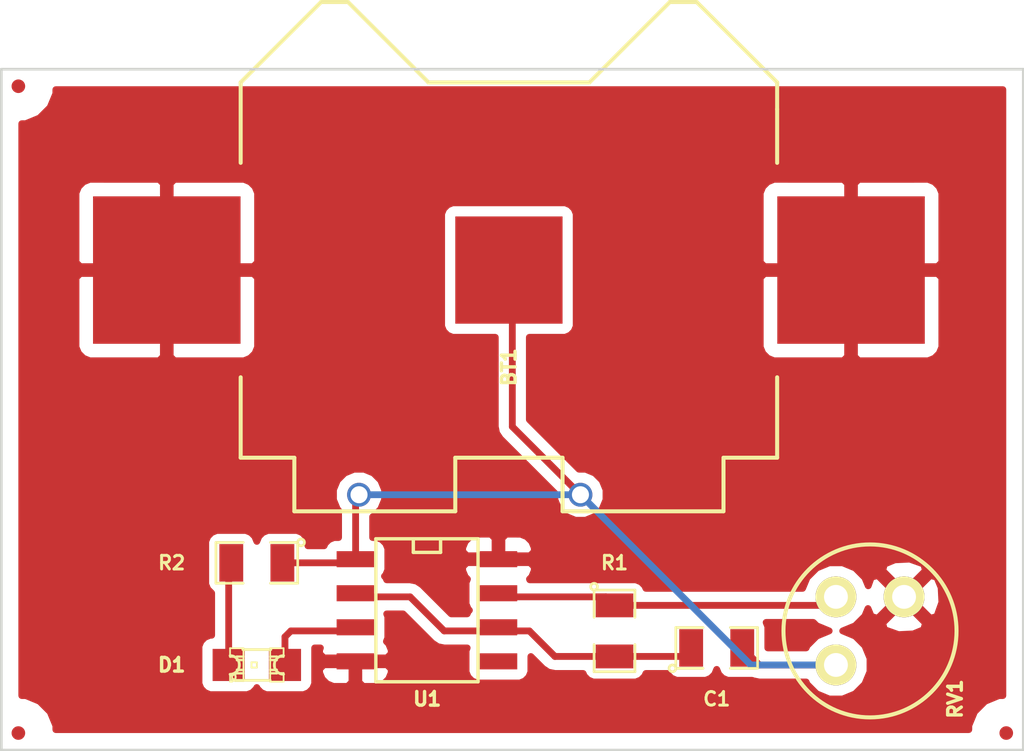
<source format=kicad_pcb>
(kicad_pcb (version 3) (host pcbnew "(2013-07-07 BZR 4022)-stable")

  (general
    (links 15)
    (no_connects 0)
    (area 212.054723 141.308999 254.035277 170.4975)
    (thickness 1.6)
    (drawings 4)
    (tracks 29)
    (zones 0)
    (modules 10)
    (nets 7)
  )

  (page A3)
  (layers
    (15 F.Cu signal)
    (0 B.Cu signal)
    (16 B.Adhes user)
    (17 F.Adhes user)
    (18 B.Paste user)
    (19 F.Paste user)
    (20 B.SilkS user)
    (21 F.SilkS user)
    (22 B.Mask user)
    (23 F.Mask user)
    (24 Dwgs.User user)
    (25 Cmts.User user)
    (26 Eco1.User user)
    (27 Eco2.User user)
    (28 Edge.Cuts user)
  )

  (setup
    (last_trace_width 0.254)
    (trace_clearance 0.254)
    (zone_clearance 0.381)
    (zone_45_only no)
    (trace_min 0.254)
    (segment_width 0.02)
    (edge_width 0.1)
    (via_size 0.889)
    (via_drill 0.635)
    (via_min_size 0.889)
    (via_min_drill 0.508)
    (uvia_size 0.508)
    (uvia_drill 0.127)
    (uvias_allowed no)
    (uvia_min_size 0.508)
    (uvia_min_drill 0.127)
    (pcb_text_width 0.3)
    (pcb_text_size 1.5 1.5)
    (mod_edge_width 0.15)
    (mod_text_size 1 1)
    (mod_text_width 0.15)
    (pad_size 5.5 5.5)
    (pad_drill 0)
    (pad_to_mask_clearance 0)
    (pad_to_paste_clearance -0.0762)
    (aux_axis_origin 214.63 168.91)
    (visible_elements 7FFFFFBF)
    (pcbplotparams
      (layerselection 284721153)
      (usegerberextensions true)
      (excludeedgelayer true)
      (linewidth 0.150000)
      (plotframeref false)
      (viasonmask false)
      (mode 1)
      (useauxorigin true)
      (hpglpennumber 1)
      (hpglpenspeed 20)
      (hpglpendiameter 15)
      (hpglpenoverlay 2)
      (psnegative false)
      (psa4output false)
      (plotreference true)
      (plotvalue true)
      (plotothertext true)
      (plotinvisibletext false)
      (padsonsilk false)
      (subtractmaskfromsilk false)
      (outputformat 1)
      (mirror false)
      (drillshape 0)
      (scaleselection 1)
      (outputdirectory Gerbers/))
  )

  (net 0 "")
  (net 1 GND)
  (net 2 N-000001)
  (net 3 N-000002)
  (net 4 N-000006)
  (net 5 N-000007)
  (net 6 VCC)

  (net_class Default "This is the default net class."
    (clearance 0.254)
    (trace_width 0.254)
    (via_dia 0.889)
    (via_drill 0.635)
    (uvia_dia 0.508)
    (uvia_drill 0.127)
    (add_net "")
    (add_net GND)
    (add_net N-000001)
    (add_net N-000002)
    (add_net N-000006)
    (add_net N-000007)
    (add_net VCC)
  )

  (module SM0805 (layer F.Cu) (tedit 54148DFA) (tstamp 541489B9)
    (at 236.855 165.1 270)
    (path /5414767E)
    (attr smd)
    (fp_text reference R1 (at -2.54 0 360) (layer F.SilkS)
      (effects (font (size 0.508 0.508) (thickness 0.10922)))
    )
    (fp_text value 470K (at 0 0.381 270) (layer F.SilkS) hide
      (effects (font (size 0.50038 0.50038) (thickness 0.10922)))
    )
    (fp_circle (center -1.651 0.762) (end -1.651 0.635) (layer F.SilkS) (width 0.09906))
    (fp_line (start -0.508 0.762) (end -1.524 0.762) (layer F.SilkS) (width 0.09906))
    (fp_line (start -1.524 0.762) (end -1.524 -0.762) (layer F.SilkS) (width 0.09906))
    (fp_line (start -1.524 -0.762) (end -0.508 -0.762) (layer F.SilkS) (width 0.09906))
    (fp_line (start 0.508 -0.762) (end 1.524 -0.762) (layer F.SilkS) (width 0.09906))
    (fp_line (start 1.524 -0.762) (end 1.524 0.762) (layer F.SilkS) (width 0.09906))
    (fp_line (start 1.524 0.762) (end 0.508 0.762) (layer F.SilkS) (width 0.09906))
    (pad 1 smd rect (at -0.9525 0 270) (size 0.889 1.397)
      (layers F.Cu F.Paste F.Mask)
      (net 5 N-000007)
    )
    (pad 2 smd rect (at 0.9525 0 270) (size 0.889 1.397)
      (layers F.Cu F.Paste F.Mask)
      (net 4 N-000006)
    )
    (model smd/chip_cms.wrl
      (at (xyz 0 0 0))
      (scale (xyz 0.1 0.1 0.1))
      (rotate (xyz 0 0 0))
    )
  )

  (module SM0805 (layer F.Cu) (tedit 54148DDF) (tstamp 541489C6)
    (at 223.52 162.56 180)
    (path /54147691)
    (attr smd)
    (fp_text reference R2 (at 3.175 0 180) (layer F.SilkS)
      (effects (font (size 0.508 0.508) (thickness 0.10922)))
    )
    (fp_text value 100 (at 0 0.381 180) (layer F.SilkS) hide
      (effects (font (size 0.50038 0.50038) (thickness 0.10922)))
    )
    (fp_circle (center -1.651 0.762) (end -1.651 0.635) (layer F.SilkS) (width 0.09906))
    (fp_line (start -0.508 0.762) (end -1.524 0.762) (layer F.SilkS) (width 0.09906))
    (fp_line (start -1.524 0.762) (end -1.524 -0.762) (layer F.SilkS) (width 0.09906))
    (fp_line (start -1.524 -0.762) (end -0.508 -0.762) (layer F.SilkS) (width 0.09906))
    (fp_line (start 0.508 -0.762) (end 1.524 -0.762) (layer F.SilkS) (width 0.09906))
    (fp_line (start 1.524 -0.762) (end 1.524 0.762) (layer F.SilkS) (width 0.09906))
    (fp_line (start 1.524 0.762) (end 0.508 0.762) (layer F.SilkS) (width 0.09906))
    (pad 1 smd rect (at -0.9525 0 180) (size 0.889 1.397)
      (layers F.Cu F.Paste F.Mask)
      (net 1 GND)
    )
    (pad 2 smd rect (at 0.9525 0 180) (size 0.889 1.397)
      (layers F.Cu F.Paste F.Mask)
      (net 3 N-000002)
    )
    (model smd/chip_cms.wrl
      (at (xyz 0 0 0))
      (scale (xyz 0.1 0.1 0.1))
      (rotate (xyz 0 0 0))
    )
  )

  (module SM0805 (layer F.Cu) (tedit 54148E05) (tstamp 541489D3)
    (at 240.665 165.735)
    (path /541476A8)
    (attr smd)
    (fp_text reference C1 (at 0 1.905) (layer F.SilkS)
      (effects (font (size 0.508 0.508) (thickness 0.10922)))
    )
    (fp_text value 1uF (at 0 0.381) (layer F.SilkS) hide
      (effects (font (size 0.50038 0.50038) (thickness 0.10922)))
    )
    (fp_circle (center -1.651 0.762) (end -1.651 0.635) (layer F.SilkS) (width 0.09906))
    (fp_line (start -0.508 0.762) (end -1.524 0.762) (layer F.SilkS) (width 0.09906))
    (fp_line (start -1.524 0.762) (end -1.524 -0.762) (layer F.SilkS) (width 0.09906))
    (fp_line (start -1.524 -0.762) (end -0.508 -0.762) (layer F.SilkS) (width 0.09906))
    (fp_line (start 0.508 -0.762) (end 1.524 -0.762) (layer F.SilkS) (width 0.09906))
    (fp_line (start 1.524 -0.762) (end 1.524 0.762) (layer F.SilkS) (width 0.09906))
    (fp_line (start 1.524 0.762) (end 0.508 0.762) (layer F.SilkS) (width 0.09906))
    (pad 1 smd rect (at -0.9525 0) (size 0.889 1.397)
      (layers F.Cu F.Paste F.Mask)
      (net 4 N-000006)
    )
    (pad 2 smd rect (at 0.9525 0) (size 0.889 1.397)
      (layers F.Cu F.Paste F.Mask)
      (net 1 GND)
    )
    (model smd/chip_cms.wrl
      (at (xyz 0 0 0))
      (scale (xyz 0.1 0.1 0.1))
      (rotate (xyz 0 0 0))
    )
  )

  (module LED-0805 (layer F.Cu) (tedit 54148DE4) (tstamp 54148A22)
    (at 223.52 166.37 180)
    (descr "LED 0805 smd package")
    (tags "LED 0805 SMD")
    (path /54147699)
    (attr smd)
    (fp_text reference D1 (at 3.175 0 180) (layer F.SilkS)
      (effects (font (size 0.508 0.508) (thickness 0.127)))
    )
    (fp_text value LED (at 0 1.27 180) (layer F.SilkS) hide
      (effects (font (size 0.762 0.762) (thickness 0.127)))
    )
    (fp_line (start 0.49784 0.29972) (end 0.49784 0.62484) (layer F.SilkS) (width 0.06604))
    (fp_line (start 0.49784 0.62484) (end 0.99822 0.62484) (layer F.SilkS) (width 0.06604))
    (fp_line (start 0.99822 0.29972) (end 0.99822 0.62484) (layer F.SilkS) (width 0.06604))
    (fp_line (start 0.49784 0.29972) (end 0.99822 0.29972) (layer F.SilkS) (width 0.06604))
    (fp_line (start 0.49784 -0.32258) (end 0.49784 -0.17272) (layer F.SilkS) (width 0.06604))
    (fp_line (start 0.49784 -0.17272) (end 0.7493 -0.17272) (layer F.SilkS) (width 0.06604))
    (fp_line (start 0.7493 -0.32258) (end 0.7493 -0.17272) (layer F.SilkS) (width 0.06604))
    (fp_line (start 0.49784 -0.32258) (end 0.7493 -0.32258) (layer F.SilkS) (width 0.06604))
    (fp_line (start 0.49784 0.17272) (end 0.49784 0.32258) (layer F.SilkS) (width 0.06604))
    (fp_line (start 0.49784 0.32258) (end 0.7493 0.32258) (layer F.SilkS) (width 0.06604))
    (fp_line (start 0.7493 0.17272) (end 0.7493 0.32258) (layer F.SilkS) (width 0.06604))
    (fp_line (start 0.49784 0.17272) (end 0.7493 0.17272) (layer F.SilkS) (width 0.06604))
    (fp_line (start 0.49784 -0.19812) (end 0.49784 0.19812) (layer F.SilkS) (width 0.06604))
    (fp_line (start 0.49784 0.19812) (end 0.6731 0.19812) (layer F.SilkS) (width 0.06604))
    (fp_line (start 0.6731 -0.19812) (end 0.6731 0.19812) (layer F.SilkS) (width 0.06604))
    (fp_line (start 0.49784 -0.19812) (end 0.6731 -0.19812) (layer F.SilkS) (width 0.06604))
    (fp_line (start -0.99822 0.29972) (end -0.99822 0.62484) (layer F.SilkS) (width 0.06604))
    (fp_line (start -0.99822 0.62484) (end -0.49784 0.62484) (layer F.SilkS) (width 0.06604))
    (fp_line (start -0.49784 0.29972) (end -0.49784 0.62484) (layer F.SilkS) (width 0.06604))
    (fp_line (start -0.99822 0.29972) (end -0.49784 0.29972) (layer F.SilkS) (width 0.06604))
    (fp_line (start -0.99822 -0.62484) (end -0.99822 -0.29972) (layer F.SilkS) (width 0.06604))
    (fp_line (start -0.99822 -0.29972) (end -0.49784 -0.29972) (layer F.SilkS) (width 0.06604))
    (fp_line (start -0.49784 -0.62484) (end -0.49784 -0.29972) (layer F.SilkS) (width 0.06604))
    (fp_line (start -0.99822 -0.62484) (end -0.49784 -0.62484) (layer F.SilkS) (width 0.06604))
    (fp_line (start -0.7493 0.17272) (end -0.7493 0.32258) (layer F.SilkS) (width 0.06604))
    (fp_line (start -0.7493 0.32258) (end -0.49784 0.32258) (layer F.SilkS) (width 0.06604))
    (fp_line (start -0.49784 0.17272) (end -0.49784 0.32258) (layer F.SilkS) (width 0.06604))
    (fp_line (start -0.7493 0.17272) (end -0.49784 0.17272) (layer F.SilkS) (width 0.06604))
    (fp_line (start -0.7493 -0.32258) (end -0.7493 -0.17272) (layer F.SilkS) (width 0.06604))
    (fp_line (start -0.7493 -0.17272) (end -0.49784 -0.17272) (layer F.SilkS) (width 0.06604))
    (fp_line (start -0.49784 -0.32258) (end -0.49784 -0.17272) (layer F.SilkS) (width 0.06604))
    (fp_line (start -0.7493 -0.32258) (end -0.49784 -0.32258) (layer F.SilkS) (width 0.06604))
    (fp_line (start -0.6731 -0.19812) (end -0.6731 0.19812) (layer F.SilkS) (width 0.06604))
    (fp_line (start -0.6731 0.19812) (end -0.49784 0.19812) (layer F.SilkS) (width 0.06604))
    (fp_line (start -0.49784 -0.19812) (end -0.49784 0.19812) (layer F.SilkS) (width 0.06604))
    (fp_line (start -0.6731 -0.19812) (end -0.49784 -0.19812) (layer F.SilkS) (width 0.06604))
    (fp_line (start 0 -0.09906) (end 0 0.09906) (layer F.SilkS) (width 0.06604))
    (fp_line (start 0 0.09906) (end 0.19812 0.09906) (layer F.SilkS) (width 0.06604))
    (fp_line (start 0.19812 -0.09906) (end 0.19812 0.09906) (layer F.SilkS) (width 0.06604))
    (fp_line (start 0 -0.09906) (end 0.19812 -0.09906) (layer F.SilkS) (width 0.06604))
    (fp_line (start 0.49784 -0.59944) (end 0.49784 -0.29972) (layer F.SilkS) (width 0.06604))
    (fp_line (start 0.49784 -0.29972) (end 0.79756 -0.29972) (layer F.SilkS) (width 0.06604))
    (fp_line (start 0.79756 -0.59944) (end 0.79756 -0.29972) (layer F.SilkS) (width 0.06604))
    (fp_line (start 0.49784 -0.59944) (end 0.79756 -0.59944) (layer F.SilkS) (width 0.06604))
    (fp_line (start 0.92456 -0.62484) (end 0.92456 -0.39878) (layer F.SilkS) (width 0.06604))
    (fp_line (start 0.92456 -0.39878) (end 0.99822 -0.39878) (layer F.SilkS) (width 0.06604))
    (fp_line (start 0.99822 -0.62484) (end 0.99822 -0.39878) (layer F.SilkS) (width 0.06604))
    (fp_line (start 0.92456 -0.62484) (end 0.99822 -0.62484) (layer F.SilkS) (width 0.06604))
    (fp_line (start 0.52324 0.57404) (end -0.52324 0.57404) (layer F.SilkS) (width 0.1016))
    (fp_line (start -0.49784 -0.57404) (end 0.92456 -0.57404) (layer F.SilkS) (width 0.1016))
    (fp_circle (center 0.84836 -0.44958) (end 0.89916 -0.50038) (layer F.SilkS) (width 0.0508))
    (fp_arc (start 0.99822 0) (end 0.99822 0.34798) (angle 180) (layer F.SilkS) (width 0.1016))
    (fp_arc (start -0.99822 0) (end -0.99822 -0.34798) (angle 180) (layer F.SilkS) (width 0.1016))
    (pad 1 smd rect (at -1.04902 0 180) (size 1.19888 1.19888)
      (layers F.Cu F.Paste F.Mask)
      (net 2 N-000001)
    )
    (pad 2 smd rect (at 1.04902 0 180) (size 1.19888 1.19888)
      (layers F.Cu F.Paste F.Mask)
      (net 3 N-000002)
    )
  )

  (module POT_3339H (layer F.Cu) (tedit 54148E0B) (tstamp 54148D8B)
    (at 245.11 163.83 180)
    (path /54148617)
    (fp_text reference RV1 (at -4.445 -3.81 270) (layer F.SilkS)
      (effects (font (size 0.508 0.508) (thickness 0.127)))
    )
    (fp_text value 10K (at 0 2.54 180) (layer F.SilkS) hide
      (effects (font (size 1 1) (thickness 0.15)))
    )
    (fp_circle (center -1.27 -1.27) (end 1.3335 0.635) (layer F.SilkS) (width 0.15))
    (pad 1 thru_hole circle (at -2.54 0 180) (size 1.524 1.524) (drill 0.889)
      (layers *.Cu *.Mask F.SilkS)
      (net 6 VCC)
    )
    (pad 2 thru_hole circle (at 0 0 180) (size 1.524 1.524) (drill 0.889)
      (layers *.Cu *.Mask F.SilkS)
      (net 5 N-000007)
    )
    (pad 3 thru_hole circle (at 0 -2.54 180) (size 1.524 1.524) (drill 0.889)
      (layers *.Cu *.Mask F.SilkS)
      (net 1 GND)
    )
  )

  (module Fiducial (layer F.Cu) (tedit 5414A4CB) (tstamp 5414A4C4)
    (at 214.63 144.78)
    (path /54149332)
    (attr smd)
    (fp_text reference FID1 (at 0 -1.016) (layer F.SilkS) hide
      (effects (font (size 0.508 0.508) (thickness 0.127)))
    )
    (fp_text value FIDUCIAL (at 0 1.016) (layer F.SilkS) hide
      (effects (font (size 0.508 0.508) (thickness 0.127)))
    )
    (pad "" smd circle (at 0 0) (size 0.508 0.508)
      (layers F.Cu F.Mask)
      (solder_mask_margin 1.016)
      (clearance 1.016)
      (zone_connect 1)
      (thermal_width 1)
    )
  )

  (module Fiducial (layer F.Cu) (tedit 5414A4D7) (tstamp 5414A4C9)
    (at 251.46 168.91)
    (path /5414933F)
    (attr smd)
    (fp_text reference FID2 (at 0 -1.016) (layer F.SilkS) hide
      (effects (font (size 0.508 0.508) (thickness 0.127)))
    )
    (fp_text value FIDUCIAL (at 0 1.016) (layer F.SilkS) hide
      (effects (font (size 0.508 0.508) (thickness 0.127)))
    )
    (pad "" smd circle (at 0 0) (size 0.508 0.508)
      (layers F.Cu F.Mask)
      (solder_mask_margin 1.016)
      (clearance 1.016)
      (zone_connect 1)
      (thermal_width 1)
    )
  )

  (module Fiducial (layer F.Cu) (tedit 5414A4E2) (tstamp 5414A4CE)
    (at 214.63 168.91)
    (path /54149345)
    (attr smd)
    (fp_text reference FID3 (at 0 -1.016) (layer F.SilkS) hide
      (effects (font (size 0.508 0.508) (thickness 0.127)))
    )
    (fp_text value FIDUCIAL (at 0 1.016) (layer F.SilkS) hide
      (effects (font (size 0.508 0.508) (thickness 0.127)))
    )
    (pad "" smd circle (at 0 0) (size 0.508 0.508)
      (layers F.Cu F.Mask)
      (solder_mask_margin 1.016)
      (clearance 1.016)
      (zone_connect 1)
      (thermal_width 1)
    )
  )

  (module S8211_BATT_HOLDER (layer F.Cu) (tedit 5414DEF8) (tstamp 5414C990)
    (at 232.918 151.638 90)
    (path /5414788C)
    (attr smd)
    (fp_text reference BT1 (at -3.625 0 90) (layer F.SilkS)
      (effects (font (size 0.508 0.508) (thickness 0.127)))
    )
    (fp_text value CR2032 (at 6.175 0 90) (layer F.SilkS) hide
      (effects (font (size 1 1) (thickness 0.15)))
    )
    (fp_line (start 7 3) (end 10 6) (layer F.SilkS) (width 0.15))
    (fp_line (start 10 6) (end 10 7) (layer F.SilkS) (width 0.15))
    (fp_line (start 10 7) (end 7 10) (layer F.SilkS) (width 0.15))
    (fp_line (start 7 10) (end 6 10) (layer F.SilkS) (width 0.15))
    (fp_line (start 4 10) (end 6 10) (layer F.SilkS) (width 0.15))
    (fp_line (start 7 3) (end 7 -3) (layer F.SilkS) (width 0.15))
    (fp_line (start 7 -3) (end 10 -6) (layer F.SilkS) (width 0.15))
    (fp_line (start 10 -6) (end 10 -7) (layer F.SilkS) (width 0.15))
    (fp_line (start 10 -7) (end 7 -10) (layer F.SilkS) (width 0.15))
    (fp_line (start 7 -10) (end 4 -10) (layer F.SilkS) (width 0.15))
    (fp_line (start -4 -10) (end -7 -10) (layer F.SilkS) (width 0.15))
    (fp_line (start -7 -10) (end -7 -8) (layer F.SilkS) (width 0.15))
    (fp_line (start -7 -8) (end -9 -8) (layer F.SilkS) (width 0.15))
    (fp_line (start -9 -8) (end -9 -2) (layer F.SilkS) (width 0.15))
    (fp_line (start -9 -2) (end -7 -2) (layer F.SilkS) (width 0.15))
    (fp_line (start -7 -2) (end -7 2) (layer F.SilkS) (width 0.15))
    (fp_line (start -7 2) (end -9 2) (layer F.SilkS) (width 0.15))
    (fp_line (start -9 2) (end -9 8) (layer F.SilkS) (width 0.15))
    (fp_line (start -9 8) (end -7 8) (layer F.SilkS) (width 0.15))
    (fp_line (start -7 8) (end -7 10) (layer F.SilkS) (width 0.15))
    (fp_line (start -7 10) (end -4 10) (layer F.SilkS) (width 0.15))
    (pad 2 smd rect (at 0 0 180) (size 4 4)
      (layers F.Cu F.Mask)
      (net 1 GND)
    )
    (pad 1 smd rect (at 0 12.755 180) (size 5.5 5.5)
      (layers F.Cu F.Paste F.Mask)
      (net 6 VCC)
    )
    (pad 1 smd rect (at 0 -12.755 180) (size 5.5 5.5)
      (layers F.Cu F.Paste F.Mask)
      (net 6 VCC)
    )
  )

  (module SO8E_Oriented (layer F.Cu) (tedit 5414CF00) (tstamp 5414CF8F)
    (at 229.87 164.338)
    (descr "module CMS SOJ 8 pins etroit")
    (tags "CMS SOJ")
    (path /5414766F)
    (attr smd)
    (fp_text reference U1 (at 0 3.302) (layer F.SilkS)
      (effects (font (size 0.508 0.508) (thickness 0.127)))
    )
    (fp_text value 7555 (at 0 0) (layer F.SilkS) hide
      (effects (font (size 0.889 0.889) (thickness 0.1524)))
    )
    (fp_line (start -1.786 -2.675) (end -1.913 -2.675) (layer F.SilkS) (width 0.127))
    (fp_line (start -1.913 -2.675) (end -1.913 2.659) (layer F.SilkS) (width 0.127))
    (fp_line (start 1.897 2.659) (end 1.897 -2.675) (layer F.SilkS) (width 0.127))
    (fp_line (start 1.897 -2.675) (end -1.786 -2.675) (layer F.SilkS) (width 0.127))
    (fp_line (start 0.5 -2.675) (end 0.5 -2.167) (layer F.SilkS) (width 0.127))
    (fp_line (start 0.5 -2.167) (end -0.516 -2.167) (layer F.SilkS) (width 0.127))
    (fp_line (start -0.516 -2.167) (end -0.516 -2.675) (layer F.SilkS) (width 0.127))
    (fp_line (start 1.897 2.659) (end -1.913 2.659) (layer F.SilkS) (width 0.127))
    (pad 8 smd rect (at 2.659 -1.913 270) (size 0.59944 1.39954)
      (layers F.Cu F.Paste F.Mask)
      (net 6 VCC)
    )
    (pad 1 smd rect (at -2.675 -1.913 270) (size 0.59944 1.39954)
      (layers F.Cu F.Paste F.Mask)
      (net 1 GND)
    )
    (pad 7 smd rect (at 2.659 -0.643 270) (size 0.59944 1.39954)
      (layers F.Cu F.Paste F.Mask)
      (net 5 N-000007)
    )
    (pad 6 smd rect (at 2.659 0.627 270) (size 0.59944 1.39954)
      (layers F.Cu F.Paste F.Mask)
      (net 4 N-000006)
    )
    (pad 5 smd rect (at 2.659 1.897 270) (size 0.59944 1.39954)
      (layers F.Cu F.Paste F.Mask)
    )
    (pad 2 smd rect (at -2.675 -0.643 270) (size 0.59944 1.39954)
      (layers F.Cu F.Paste F.Mask)
      (net 4 N-000006)
    )
    (pad 3 smd rect (at -2.675 0.627 270) (size 0.59944 1.39954)
      (layers F.Cu F.Paste F.Mask)
      (net 2 N-000001)
    )
    (pad 4 smd rect (at -2.675 1.897 270) (size 0.59944 1.39954)
      (layers F.Cu F.Paste F.Mask)
      (net 6 VCC)
    )
    (model smd/cms_so8.wrl
      (at (xyz 0 0 0))
      (scale (xyz 0.5 0.32 0.5))
      (rotate (xyz 0 0 0))
    )
  )

  (gr_line (start 252.095 144.145) (end 213.995 144.145) (angle 90) (layer Edge.Cuts) (width 0.1))
  (gr_line (start 252.095 169.545) (end 252.095 144.145) (angle 90) (layer Edge.Cuts) (width 0.1))
  (gr_line (start 213.995 169.545) (end 252.095 169.545) (angle 90) (layer Edge.Cuts) (width 0.1))
  (gr_line (start 213.995 144.145) (end 213.995 169.545) (angle 90) (layer Edge.Cuts) (width 0.1))

  (segment (start 245.11 166.37) (end 241.935 166.37) (width 0.254) (layer B.Cu) (net 1))
  (segment (start 241.935 166.37) (end 235.585 160.02) (width 0.254) (layer B.Cu) (net 1) (tstamp 541491A0))
  (segment (start 227.203 162.56) (end 227.203 160.147) (width 0.254) (layer F.Cu) (net 1))
  (segment (start 227.203 160.147) (end 227.33 160.02) (width 0.254) (layer F.Cu) (net 1) (tstamp 5414917E))
  (via (at 227.33 160.02) (size 0.889) (layers F.Cu B.Cu) (net 1))
  (segment (start 227.33 160.02) (end 235.585 160.02) (width 0.254) (layer B.Cu) (net 1) (tstamp 54149186))
  (via (at 235.585 160.02) (size 0.889) (layers F.Cu B.Cu) (net 1))
  (segment (start 235.585 160.02) (end 233.045 157.48) (width 0.254) (layer F.Cu) (net 1) (tstamp 54149118))
  (segment (start 233.045 157.48) (end 233.045 151.765) (width 0.254) (layer F.Cu) (net 1) (tstamp 5414911A))
  (segment (start 245.11 166.37) (end 242.2525 166.37) (width 0.254) (layer F.Cu) (net 1))
  (segment (start 242.2525 166.37) (end 241.6175 165.735) (width 0.254) (layer F.Cu) (net 1) (tstamp 541490FC))
  (segment (start 224.4725 162.56) (end 227.203 162.56) (width 0.254) (layer F.Cu) (net 1))
  (segment (start 227.203 165.1) (end 224.79 165.1) (width 0.254) (layer F.Cu) (net 2))
  (segment (start 224.56902 165.32098) (end 224.56902 166.37) (width 0.254) (layer F.Cu) (net 2) (tstamp 54148F9B))
  (segment (start 224.79 165.1) (end 224.56902 165.32098) (width 0.254) (layer F.Cu) (net 2) (tstamp 54148F9A))
  (segment (start 222.47098 166.37) (end 222.47098 162.65652) (width 0.254) (layer F.Cu) (net 3))
  (segment (start 222.47098 162.65652) (end 222.5675 162.56) (width 0.254) (layer F.Cu) (net 3) (tstamp 54148D01))
  (segment (start 236.855 166.0525) (end 239.395 166.0525) (width 0.254) (layer F.Cu) (net 4))
  (segment (start 239.395 166.0525) (end 239.7125 165.735) (width 0.254) (layer F.Cu) (net 4) (tstamp 54148FE1))
  (segment (start 232.537 165.1) (end 233.68 165.1) (width 0.254) (layer F.Cu) (net 4))
  (segment (start 234.6325 166.0525) (end 236.855 166.0525) (width 0.254) (layer F.Cu) (net 4) (tstamp 54148FDE))
  (segment (start 233.68 165.1) (end 234.6325 166.0525) (width 0.254) (layer F.Cu) (net 4) (tstamp 54148FDC))
  (segment (start 227.203 163.83) (end 229.235 163.83) (width 0.254) (layer F.Cu) (net 4))
  (segment (start 230.505 165.1) (end 232.537 165.1) (width 0.254) (layer F.Cu) (net 4) (tstamp 54148FA0))
  (segment (start 229.235 163.83) (end 230.505 165.1) (width 0.254) (layer F.Cu) (net 4) (tstamp 54148F9E))
  (segment (start 236.855 164.1475) (end 244.7925 164.1475) (width 0.254) (layer F.Cu) (net 5))
  (segment (start 244.7925 164.1475) (end 245.11 163.83) (width 0.254) (layer F.Cu) (net 5) (tstamp 54149103))
  (segment (start 232.537 163.83) (end 236.5375 163.83) (width 0.254) (layer F.Cu) (net 5))
  (segment (start 236.5375 163.83) (end 236.855 164.1475) (width 0.254) (layer F.Cu) (net 5) (tstamp 54148FD9))

  (zone (net 6) (net_name VCC) (layer F.Cu) (tstamp 5414A575) (hatch edge 0.508)
    (connect_pads (clearance 0.381))
    (min_thickness 0.254)
    (fill (arc_segments 16) (thermal_gap 0.508) (thermal_bridge_width 0.508))
    (polygon
      (pts
        (xy 251.46 168.91) (xy 214.63 168.91) (xy 214.63 144.78) (xy 251.46 144.78)
      )
    )
    (filled_polygon
      (pts
        (xy 251.333 167.512889) (xy 251.183339 167.512759) (xy 250.669697 167.724991) (xy 250.276372 168.11763) (xy 250.063244 168.630901)
        (xy 250.063111 168.783) (xy 249.059143 168.783) (xy 249.059143 164.037696) (xy 249.05811 164.017058) (xy 249.05811 154.262245)
        (xy 249.05811 149.013755) (xy 249.057889 148.761136) (xy 248.961013 148.527832) (xy 248.782229 148.349359) (xy 248.548755 148.25289)
        (xy 245.95875 148.253) (xy 245.8 148.41175) (xy 245.8 151.511) (xy 248.89925 151.511) (xy 249.058 151.35225)
        (xy 249.05811 149.013755) (xy 249.05811 154.262245) (xy 249.058 151.92375) (xy 248.89925 151.765) (xy 245.8 151.765)
        (xy 245.8 154.86425) (xy 245.95875 155.023) (xy 248.548755 155.02311) (xy 248.782229 154.926641) (xy 248.961013 154.748168)
        (xy 249.057889 154.514864) (xy 249.05811 154.262245) (xy 249.05811 164.017058) (xy 249.03136 163.482631) (xy 248.872396 163.098858)
        (xy 248.630212 163.029393) (xy 248.450607 163.208998) (xy 248.450607 162.849788) (xy 248.381142 162.607604) (xy 247.857696 162.420857)
        (xy 247.302631 162.44864) (xy 246.918858 162.607604) (xy 246.849393 162.849788) (xy 247.65 163.650395) (xy 248.450607 162.849788)
        (xy 248.450607 163.208998) (xy 247.829605 163.83) (xy 248.630212 164.630607) (xy 248.872396 164.561142) (xy 249.059143 164.037696)
        (xy 249.059143 168.783) (xy 248.450607 168.783) (xy 248.450607 164.810212) (xy 247.65 164.009605) (xy 247.470395 164.18921)
        (xy 247.470395 163.83) (xy 246.669788 163.029393) (xy 246.427604 163.098858) (xy 246.313819 163.417791) (xy 246.187281 163.111543)
        (xy 245.830336 162.753975) (xy 245.546 162.635908) (xy 245.546 154.86425) (xy 245.546 151.765) (xy 245.546 151.511)
        (xy 245.546 148.41175) (xy 245.38725 148.253) (xy 242.797245 148.25289) (xy 242.563771 148.349359) (xy 242.384987 148.527832)
        (xy 242.288111 148.761136) (xy 242.28789 149.013755) (xy 242.288 151.35225) (xy 242.44675 151.511) (xy 245.546 151.511)
        (xy 245.546 151.765) (xy 242.44675 151.765) (xy 242.288 151.92375) (xy 242.28789 154.262245) (xy 242.288111 154.514864)
        (xy 242.384987 154.748168) (xy 242.563771 154.926641) (xy 242.797245 155.02311) (xy 245.38725 155.023) (xy 245.546 154.86425)
        (xy 245.546 162.635908) (xy 245.363727 162.560222) (xy 244.85849 162.559781) (xy 244.391543 162.752719) (xy 244.033975 163.109664)
        (xy 243.866702 163.5125) (xy 238.024443 163.5125) (xy 237.984413 163.415617) (xy 237.841635 163.27259) (xy 237.654991 163.195088)
        (xy 237.452896 163.194912) (xy 236.537665 163.194912) (xy 236.537665 159.831367) (xy 236.392961 159.481157) (xy 236.125253 159.21298)
        (xy 235.775295 159.067665) (xy 235.530476 159.067451) (xy 233.68 157.216974) (xy 233.68 154.146088) (xy 235.018604 154.146088)
        (xy 235.205383 154.068913) (xy 235.34841 153.926135) (xy 235.425912 153.739491) (xy 235.426088 153.537396) (xy 235.426088 149.537396)
        (xy 235.348913 149.350617) (xy 235.206135 149.20759) (xy 235.019491 149.130088) (xy 234.817396 149.129912) (xy 230.817396 149.129912)
        (xy 230.630617 149.207087) (xy 230.48759 149.349865) (xy 230.410088 149.536509) (xy 230.409912 149.738604) (xy 230.409912 153.738604)
        (xy 230.487087 153.925383) (xy 230.629865 154.06841) (xy 230.816509 154.145912) (xy 231.018604 154.146088) (xy 232.41 154.146088)
        (xy 232.41 157.48) (xy 232.458336 157.723004) (xy 232.595987 157.929013) (xy 234.632546 159.965571) (xy 234.632335 160.208633)
        (xy 234.777039 160.558843) (xy 235.044747 160.82702) (xy 235.394705 160.972335) (xy 235.773633 160.972665) (xy 236.123843 160.827961)
        (xy 236.39202 160.560253) (xy 236.537335 160.210295) (xy 236.537665 159.831367) (xy 236.537665 163.194912) (xy 236.055896 163.194912)
        (xy 236.055683 163.195) (xy 233.695672 163.195) (xy 233.684221 163.167283) (xy 233.767411 163.083949) (xy 233.86388 162.850475)
        (xy 233.86388 161.999525) (xy 233.767411 161.766051) (xy 233.588938 161.587267) (xy 233.355634 161.490391) (xy 233.103015 161.49017)
        (xy 232.81475 161.49028) (xy 232.656 161.64903) (xy 232.656 162.298) (xy 233.70502 162.298) (xy 233.86377 162.13925)
        (xy 233.86388 161.999525) (xy 233.86388 162.850475) (xy 233.86377 162.71075) (xy 233.70502 162.552) (xy 232.656 162.552)
        (xy 232.656 162.572) (xy 232.402 162.572) (xy 232.402 162.552) (xy 232.402 162.298) (xy 232.402 161.64903)
        (xy 232.24325 161.49028) (xy 231.954985 161.49017) (xy 231.702366 161.490391) (xy 231.469062 161.587267) (xy 231.290589 161.766051)
        (xy 231.19412 161.999525) (xy 231.19423 162.13925) (xy 231.35298 162.298) (xy 232.402 162.298) (xy 232.402 162.552)
        (xy 231.35298 162.552) (xy 231.19423 162.71075) (xy 231.19412 162.850475) (xy 231.290589 163.083949) (xy 231.373827 163.167332)
        (xy 231.321318 163.293789) (xy 231.321142 163.495884) (xy 231.321142 164.095324) (xy 231.398317 164.282103) (xy 231.446088 164.329958)
        (xy 231.39882 164.377145) (xy 231.362339 164.465) (xy 230.768026 164.465) (xy 229.684013 163.380987) (xy 229.478004 163.243336)
        (xy 229.235 163.195) (xy 228.361672 163.195) (xy 228.325683 163.107897) (xy 228.277911 163.060041) (xy 228.32518 163.012855)
        (xy 228.402682 162.826211) (xy 228.402858 162.624116) (xy 228.402858 162.024676) (xy 228.325683 161.837897) (xy 228.182905 161.69487)
        (xy 227.996261 161.617368) (xy 227.838 161.61723) (xy 227.838 160.840705) (xy 227.868843 160.827961) (xy 228.13702 160.560253)
        (xy 228.282335 160.210295) (xy 228.282665 159.831367) (xy 228.137961 159.481157) (xy 227.870253 159.21298) (xy 227.520295 159.067665)
        (xy 227.141367 159.067335) (xy 226.791157 159.212039) (xy 226.52298 159.479747) (xy 226.377665 159.829705) (xy 226.377335 160.208633)
        (xy 226.522039 160.558843) (xy 226.568 160.604884) (xy 226.568 161.617192) (xy 226.394626 161.617192) (xy 226.207847 161.694367)
        (xy 226.06482 161.837145) (xy 226.028339 161.925) (xy 225.425088 161.925) (xy 225.425088 161.760896) (xy 225.347913 161.574117)
        (xy 225.205135 161.43109) (xy 225.018491 161.353588) (xy 224.816396 161.353412) (xy 223.927396 161.353412) (xy 223.740617 161.430587)
        (xy 223.59759 161.573365) (xy 223.54811 161.692525) (xy 223.54811 154.262245) (xy 223.54811 149.013755) (xy 223.547889 148.761136)
        (xy 223.451013 148.527832) (xy 223.272229 148.349359) (xy 223.038755 148.25289) (xy 220.44875 148.253) (xy 220.29 148.41175)
        (xy 220.29 151.511) (xy 223.38925 151.511) (xy 223.548 151.35225) (xy 223.54811 149.013755) (xy 223.54811 154.262245)
        (xy 223.548 151.92375) (xy 223.38925 151.765) (xy 220.29 151.765) (xy 220.29 154.86425) (xy 220.44875 155.023)
        (xy 223.038755 155.02311) (xy 223.272229 154.926641) (xy 223.451013 154.748168) (xy 223.547889 154.514864) (xy 223.54811 154.262245)
        (xy 223.54811 161.692525) (xy 223.520088 161.760009) (xy 223.520087 161.760894) (xy 223.442913 161.574117) (xy 223.300135 161.43109)
        (xy 223.113491 161.353588) (xy 222.911396 161.353412) (xy 222.022396 161.353412) (xy 221.835617 161.430587) (xy 221.69259 161.573365)
        (xy 221.615088 161.760009) (xy 221.614912 161.962104) (xy 221.614912 163.359104) (xy 221.692087 163.545883) (xy 221.834865 163.68891)
        (xy 221.83598 163.689372) (xy 221.83598 165.262472) (xy 221.770936 165.262472) (xy 221.584157 165.339647) (xy 221.44113 165.482425)
        (xy 221.363628 165.669069) (xy 221.363452 165.871164) (xy 221.363452 167.070044) (xy 221.440627 167.256823) (xy 221.583405 167.39985)
        (xy 221.770049 167.477352) (xy 221.972144 167.477528) (xy 223.171024 167.477528) (xy 223.357803 167.400353) (xy 223.50083 167.257575)
        (xy 223.519951 167.211526) (xy 223.538667 167.256823) (xy 223.681445 167.39985) (xy 223.868089 167.477352) (xy 224.070184 167.477528)
        (xy 225.269064 167.477528) (xy 225.455843 167.400353) (xy 225.59887 167.257575) (xy 225.676372 167.070931) (xy 225.676548 166.868836)
        (xy 225.676548 165.735) (xy 225.890912 165.735) (xy 225.86012 165.809525) (xy 225.86023 165.94925) (xy 226.01898 166.108)
        (xy 227.068 166.108) (xy 227.068 166.088) (xy 227.322 166.088) (xy 227.322 166.108) (xy 228.37102 166.108)
        (xy 228.52977 165.94925) (xy 228.52988 165.809525) (xy 228.433411 165.576051) (xy 228.350172 165.492667) (xy 228.402682 165.366211)
        (xy 228.402858 165.164116) (xy 228.402858 164.564676) (xy 228.361672 164.465) (xy 228.971974 164.465) (xy 230.055987 165.549013)
        (xy 230.261996 165.686664) (xy 230.505 165.735) (xy 231.362339 165.735) (xy 231.321318 165.833789) (xy 231.321142 166.035884)
        (xy 231.321142 166.635324) (xy 231.398317 166.822103) (xy 231.541095 166.96513) (xy 231.727739 167.042632) (xy 231.929834 167.042808)
        (xy 233.329374 167.042808) (xy 233.516153 166.965633) (xy 233.65918 166.822855) (xy 233.736682 166.636211) (xy 233.736858 166.434116)
        (xy 233.736858 166.054884) (xy 234.183487 166.501513) (xy 234.389495 166.639164) (xy 234.389496 166.639164) (xy 234.6325 166.6875)
        (xy 235.685556 166.6875) (xy 235.725587 166.784383) (xy 235.868365 166.92741) (xy 236.055009 167.004912) (xy 236.257104 167.005088)
        (xy 237.654104 167.005088) (xy 237.840883 166.927913) (xy 237.98391 166.785135) (xy 238.024451 166.6875) (xy 238.823293 166.6875)
        (xy 238.837087 166.720883) (xy 238.979865 166.86391) (xy 239.166509 166.941412) (xy 239.368604 166.941588) (xy 240.257604 166.941588)
        (xy 240.444383 166.864413) (xy 240.58741 166.721635) (xy 240.664912 166.534991) (xy 240.664912 166.534105) (xy 240.742087 166.720883)
        (xy 240.884865 166.86391) (xy 241.071509 166.941412) (xy 241.273604 166.941588) (xy 241.986933 166.941588) (xy 242.009495 166.956663)
        (xy 242.009496 166.956664) (xy 242.2525 167.005) (xy 243.998235 167.005) (xy 244.032719 167.088457) (xy 244.389664 167.446025)
        (xy 244.856273 167.639778) (xy 245.36151 167.640219) (xy 245.828457 167.447281) (xy 246.186025 167.090336) (xy 246.379778 166.623727)
        (xy 246.380219 166.11849) (xy 246.187281 165.651543) (xy 245.830336 165.293975) (xy 245.363727 165.100222) (xy 244.85849 165.099781)
        (xy 244.391543 165.292719) (xy 244.033975 165.649664) (xy 243.99854 165.735) (xy 242.570088 165.735) (xy 242.570088 164.935896)
        (xy 242.506706 164.7825) (xy 244.266354 164.7825) (xy 244.389664 164.906025) (xy 244.856273 165.099778) (xy 245.36151 165.100219)
        (xy 245.828457 164.907281) (xy 246.186025 164.550336) (xy 246.304722 164.26448) (xy 246.427604 164.561142) (xy 246.669788 164.630607)
        (xy 247.470395 163.83) (xy 247.470395 164.18921) (xy 246.849393 164.810212) (xy 246.918858 165.052396) (xy 247.442304 165.239143)
        (xy 247.997369 165.21136) (xy 248.381142 165.052396) (xy 248.450607 164.810212) (xy 248.450607 168.783) (xy 228.52988 168.783)
        (xy 228.52988 166.660475) (xy 228.52977 166.52075) (xy 228.37102 166.362) (xy 227.322 166.362) (xy 227.322 167.01097)
        (xy 227.48075 167.16972) (xy 227.769015 167.16983) (xy 228.021634 167.169609) (xy 228.254938 167.072733) (xy 228.433411 166.893949)
        (xy 228.52988 166.660475) (xy 228.52988 168.783) (xy 227.068 168.783) (xy 227.068 167.01097) (xy 227.068 166.362)
        (xy 226.01898 166.362) (xy 225.86023 166.52075) (xy 225.86012 166.660475) (xy 225.956589 166.893949) (xy 226.135062 167.072733)
        (xy 226.368366 167.169609) (xy 226.620985 167.16983) (xy 226.90925 167.16972) (xy 227.068 167.01097) (xy 227.068 168.783)
        (xy 220.036 168.783) (xy 220.036 154.86425) (xy 220.036 151.765) (xy 220.036 151.511) (xy 220.036 148.41175)
        (xy 219.87725 148.253) (xy 217.287245 148.25289) (xy 217.053771 148.349359) (xy 216.874987 148.527832) (xy 216.778111 148.761136)
        (xy 216.77789 149.013755) (xy 216.778 151.35225) (xy 216.93675 151.511) (xy 220.036 151.511) (xy 220.036 151.765)
        (xy 216.93675 151.765) (xy 216.778 151.92375) (xy 216.77789 154.262245) (xy 216.778111 154.514864) (xy 216.874987 154.748168)
        (xy 217.053771 154.926641) (xy 217.287245 155.02311) (xy 219.87725 155.023) (xy 220.036 154.86425) (xy 220.036 168.783)
        (xy 216.02711 168.783) (xy 216.027241 168.633339) (xy 215.815009 168.119697) (xy 215.42237 167.726372) (xy 214.909099 167.513244)
        (xy 214.757 167.513111) (xy 214.757 146.17711) (xy 214.906661 146.177241) (xy 215.420303 145.965009) (xy 215.813628 145.57237)
        (xy 216.026756 145.059099) (xy 216.026888 144.907) (xy 251.333 144.907) (xy 251.333 167.512889)
      )
    )
  )
)

</source>
